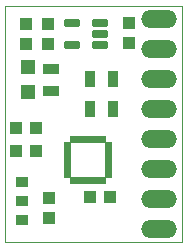
<source format=gbr>
%TF.GenerationSoftware,KiCad,Pcbnew,7.0.1*%
%TF.CreationDate,2023-08-18T01:43:33-03:00*%
%TF.ProjectId,PCB-MPU-9150,5043422d-4d50-4552-9d39-3135302e6b69,rev?*%
%TF.SameCoordinates,Original*%
%TF.FileFunction,Soldermask,Top*%
%TF.FilePolarity,Negative*%
%FSLAX46Y46*%
G04 Gerber Fmt 4.6, Leading zero omitted, Abs format (unit mm)*
G04 Created by KiCad (PCBNEW 7.0.1) date 2023-08-18 01:43:33*
%MOMM*%
%LPD*%
G01*
G04 APERTURE LIST*
G04 Aperture macros list*
%AMRoundRect*
0 Rectangle with rounded corners*
0 $1 Rounding radius*
0 $2 $3 $4 $5 $6 $7 $8 $9 X,Y pos of 4 corners*
0 Add a 4 corners polygon primitive as box body*
4,1,4,$2,$3,$4,$5,$6,$7,$8,$9,$2,$3,0*
0 Add four circle primitives for the rounded corners*
1,1,$1+$1,$2,$3*
1,1,$1+$1,$4,$5*
1,1,$1+$1,$6,$7*
1,1,$1+$1,$8,$9*
0 Add four rect primitives between the rounded corners*
20,1,$1+$1,$2,$3,$4,$5,0*
20,1,$1+$1,$4,$5,$6,$7,0*
20,1,$1+$1,$6,$7,$8,$9,0*
20,1,$1+$1,$8,$9,$2,$3,0*%
G04 Aperture macros list end*
%ADD10C,0.010000*%
%ADD11R,1.000000X1.100000*%
%ADD12R,1.397000X0.889000*%
%ADD13R,1.100000X1.000000*%
%ADD14RoundRect,0.060000X0.615000X-0.240000X0.615000X0.240000X-0.615000X0.240000X-0.615000X-0.240000X0*%
%ADD15R,1.198880X1.198880*%
%ADD16R,1.000000X0.889000*%
%ADD17R,0.889000X1.397000*%
%ADD18O,3.016000X1.508000*%
%TA.AperFunction,Profile*%
%ADD19C,0.100000*%
%TD*%
G04 APERTURE END LIST*
%TO.C,U1*%
D10*
X163330238Y-51505000D02*
X162880238Y-51505000D01*
X162880238Y-51005000D01*
X163330238Y-51005000D01*
X163330238Y-51505000D01*
G36*
X163330238Y-51505000D02*
G01*
X162880238Y-51505000D01*
X162880238Y-51005000D01*
X163330238Y-51005000D01*
X163330238Y-51505000D01*
G37*
X162830238Y-51505000D02*
X162380238Y-51505000D01*
X162380238Y-51005000D01*
X162830238Y-51005000D01*
X162830238Y-51505000D01*
G36*
X162830238Y-51505000D02*
G01*
X162380238Y-51505000D01*
X162380238Y-51005000D01*
X162830238Y-51005000D01*
X162830238Y-51505000D01*
G37*
X162330238Y-51505000D02*
X161880238Y-51505000D01*
X161880238Y-51005000D01*
X162330238Y-51005000D01*
X162330238Y-51505000D01*
G36*
X162330238Y-51505000D02*
G01*
X161880238Y-51505000D01*
X161880238Y-51005000D01*
X162330238Y-51005000D01*
X162330238Y-51505000D01*
G37*
X161830238Y-51505000D02*
X161380238Y-51505000D01*
X161380238Y-51005000D01*
X161830238Y-51005000D01*
X161830238Y-51505000D01*
G36*
X161830238Y-51505000D02*
G01*
X161380238Y-51505000D01*
X161380238Y-51005000D01*
X161830238Y-51005000D01*
X161830238Y-51505000D01*
G37*
X161330238Y-51505000D02*
X160880238Y-51505000D01*
X160880238Y-51005000D01*
X161330238Y-51005000D01*
X161330238Y-51505000D01*
G36*
X161330238Y-51505000D02*
G01*
X160880238Y-51505000D01*
X160880238Y-51005000D01*
X161330238Y-51005000D01*
X161330238Y-51505000D01*
G37*
X160830238Y-51505000D02*
X160380238Y-51505000D01*
X160380238Y-51005000D01*
X160830238Y-51005000D01*
X160830238Y-51505000D01*
G36*
X160830238Y-51505000D02*
G01*
X160380238Y-51505000D01*
X160380238Y-51005000D01*
X160830238Y-51005000D01*
X160830238Y-51505000D01*
G37*
X163840238Y-51965000D02*
X163340238Y-51965000D01*
X163340238Y-51515000D01*
X163840238Y-51515000D01*
X163840238Y-51965000D01*
G36*
X163840238Y-51965000D02*
G01*
X163340238Y-51965000D01*
X163340238Y-51515000D01*
X163840238Y-51515000D01*
X163840238Y-51965000D01*
G37*
X160370238Y-51965000D02*
X159870238Y-51965000D01*
X159870238Y-51515000D01*
X160370238Y-51515000D01*
X160370238Y-51965000D01*
G36*
X160370238Y-51965000D02*
G01*
X159870238Y-51965000D01*
X159870238Y-51515000D01*
X160370238Y-51515000D01*
X160370238Y-51965000D01*
G37*
X163840238Y-52465000D02*
X163340238Y-52465000D01*
X163340238Y-52015000D01*
X163840238Y-52015000D01*
X163840238Y-52465000D01*
G36*
X163840238Y-52465000D02*
G01*
X163340238Y-52465000D01*
X163340238Y-52015000D01*
X163840238Y-52015000D01*
X163840238Y-52465000D01*
G37*
X160370238Y-52465000D02*
X159870238Y-52465000D01*
X159870238Y-52015000D01*
X160370238Y-52015000D01*
X160370238Y-52465000D01*
G36*
X160370238Y-52465000D02*
G01*
X159870238Y-52465000D01*
X159870238Y-52015000D01*
X160370238Y-52015000D01*
X160370238Y-52465000D01*
G37*
X163840238Y-52965000D02*
X163340238Y-52965000D01*
X163340238Y-52515000D01*
X163840238Y-52515000D01*
X163840238Y-52965000D01*
G36*
X163840238Y-52965000D02*
G01*
X163340238Y-52965000D01*
X163340238Y-52515000D01*
X163840238Y-52515000D01*
X163840238Y-52965000D01*
G37*
X160370238Y-52965000D02*
X159870238Y-52965000D01*
X159870238Y-52515000D01*
X160370238Y-52515000D01*
X160370238Y-52965000D01*
G36*
X160370238Y-52965000D02*
G01*
X159870238Y-52965000D01*
X159870238Y-52515000D01*
X160370238Y-52515000D01*
X160370238Y-52965000D01*
G37*
X163840238Y-53465000D02*
X163340238Y-53465000D01*
X163340238Y-53015000D01*
X163840238Y-53015000D01*
X163840238Y-53465000D01*
G36*
X163840238Y-53465000D02*
G01*
X163340238Y-53465000D01*
X163340238Y-53015000D01*
X163840238Y-53015000D01*
X163840238Y-53465000D01*
G37*
X160370238Y-53465000D02*
X159870238Y-53465000D01*
X159870238Y-53015000D01*
X160370238Y-53015000D01*
X160370238Y-53465000D01*
G36*
X160370238Y-53465000D02*
G01*
X159870238Y-53465000D01*
X159870238Y-53015000D01*
X160370238Y-53015000D01*
X160370238Y-53465000D01*
G37*
X163840238Y-53965000D02*
X163340238Y-53965000D01*
X163340238Y-53515000D01*
X163840238Y-53515000D01*
X163840238Y-53965000D01*
G36*
X163840238Y-53965000D02*
G01*
X163340238Y-53965000D01*
X163340238Y-53515000D01*
X163840238Y-53515000D01*
X163840238Y-53965000D01*
G37*
X160370238Y-53965000D02*
X159870238Y-53965000D01*
X159870238Y-53515000D01*
X160370238Y-53515000D01*
X160370238Y-53965000D01*
G36*
X160370238Y-53965000D02*
G01*
X159870238Y-53965000D01*
X159870238Y-53515000D01*
X160370238Y-53515000D01*
X160370238Y-53965000D01*
G37*
X163840238Y-54465000D02*
X163340238Y-54465000D01*
X163340238Y-54015000D01*
X163840238Y-54015000D01*
X163840238Y-54465000D01*
G36*
X163840238Y-54465000D02*
G01*
X163340238Y-54465000D01*
X163340238Y-54015000D01*
X163840238Y-54015000D01*
X163840238Y-54465000D01*
G37*
X160370238Y-54465000D02*
X159870238Y-54465000D01*
X159870238Y-54015000D01*
X160370238Y-54015000D01*
X160370238Y-54465000D01*
G36*
X160370238Y-54465000D02*
G01*
X159870238Y-54465000D01*
X159870238Y-54015000D01*
X160370238Y-54015000D01*
X160370238Y-54465000D01*
G37*
X163330238Y-54975000D02*
X162880238Y-54975000D01*
X162880238Y-54475000D01*
X163330238Y-54475000D01*
X163330238Y-54975000D01*
G36*
X163330238Y-54975000D02*
G01*
X162880238Y-54975000D01*
X162880238Y-54475000D01*
X163330238Y-54475000D01*
X163330238Y-54975000D01*
G37*
X162830238Y-54975000D02*
X162380238Y-54975000D01*
X162380238Y-54475000D01*
X162830238Y-54475000D01*
X162830238Y-54975000D01*
G36*
X162830238Y-54975000D02*
G01*
X162380238Y-54975000D01*
X162380238Y-54475000D01*
X162830238Y-54475000D01*
X162830238Y-54975000D01*
G37*
X162330238Y-54975000D02*
X161880238Y-54975000D01*
X161880238Y-54475000D01*
X162330238Y-54475000D01*
X162330238Y-54975000D01*
G36*
X162330238Y-54975000D02*
G01*
X161880238Y-54975000D01*
X161880238Y-54475000D01*
X162330238Y-54475000D01*
X162330238Y-54975000D01*
G37*
X161830238Y-54975000D02*
X161380238Y-54975000D01*
X161380238Y-54475000D01*
X161830238Y-54475000D01*
X161830238Y-54975000D01*
G36*
X161830238Y-54975000D02*
G01*
X161380238Y-54975000D01*
X161380238Y-54475000D01*
X161830238Y-54475000D01*
X161830238Y-54975000D01*
G37*
X161330238Y-54975000D02*
X160880238Y-54975000D01*
X160880238Y-54475000D01*
X161330238Y-54475000D01*
X161330238Y-54975000D01*
G36*
X161330238Y-54975000D02*
G01*
X160880238Y-54975000D01*
X160880238Y-54475000D01*
X161330238Y-54475000D01*
X161330238Y-54975000D01*
G37*
X160830238Y-54975000D02*
X160380238Y-54975000D01*
X160380238Y-54475000D01*
X160830238Y-54475000D01*
X160830238Y-54975000D01*
G36*
X160830238Y-54975000D02*
G01*
X160380238Y-54975000D01*
X160380238Y-54475000D01*
X160830238Y-54475000D01*
X160830238Y-54975000D01*
G37*
%TD*%
D11*
%TO.C,C2*%
X158600000Y-57950000D03*
X158600000Y-56250000D03*
%TD*%
D12*
%TO.C,R3*%
X158775238Y-47184250D03*
X158775238Y-45279250D03*
%TD*%
D13*
%TO.C,C1*%
X162100000Y-56150000D03*
X163800000Y-56150000D03*
%TD*%
D14*
%TO.C,U2*%
X162890238Y-43300000D03*
X162890238Y-42350000D03*
X160520238Y-41400000D03*
X162890238Y-41400000D03*
X160520238Y-43300000D03*
%TD*%
D11*
%TO.C,C5*%
X156655238Y-41500000D03*
X156655238Y-43200000D03*
%TD*%
D15*
%TO.C,LED1*%
X156825238Y-45150980D03*
X156825238Y-47249020D03*
%TD*%
D11*
%TO.C,C7*%
X165350000Y-41450000D03*
X165350000Y-43150000D03*
%TD*%
D16*
%TO.C,JP1*%
X156300000Y-58100000D03*
X156300000Y-56500000D03*
X156300000Y-54900000D03*
%TD*%
D13*
%TO.C,C4*%
X157515238Y-52240000D03*
X155815238Y-52240000D03*
%TD*%
D11*
%TO.C,C6*%
X158515238Y-41500000D03*
X158515238Y-43200000D03*
%TD*%
D13*
%TO.C,C3*%
X157515238Y-50320000D03*
X155815238Y-50320000D03*
%TD*%
D17*
%TO.C,R1*%
X162105238Y-48710000D03*
X164010238Y-48710000D03*
%TD*%
%TO.C,R2*%
X162095238Y-46170000D03*
X164000238Y-46170000D03*
%TD*%
D18*
%TO.C,P1*%
X167895238Y-41090000D03*
X167895238Y-43630000D03*
X167895238Y-46170000D03*
X167895238Y-48710000D03*
X167895238Y-51250000D03*
X167895238Y-53790000D03*
X167895238Y-56330000D03*
X167895238Y-58870000D03*
%TD*%
D19*
X154885238Y-60000000D02*
X154885238Y-40000000D01*
X169885238Y-60000000D02*
X169885238Y-40000000D01*
X154885238Y-54825000D02*
X154885238Y-45175000D01*
X154885238Y-40000000D02*
X169885238Y-40000000D01*
X154885238Y-60000000D02*
X169885238Y-60000000D01*
M02*

</source>
